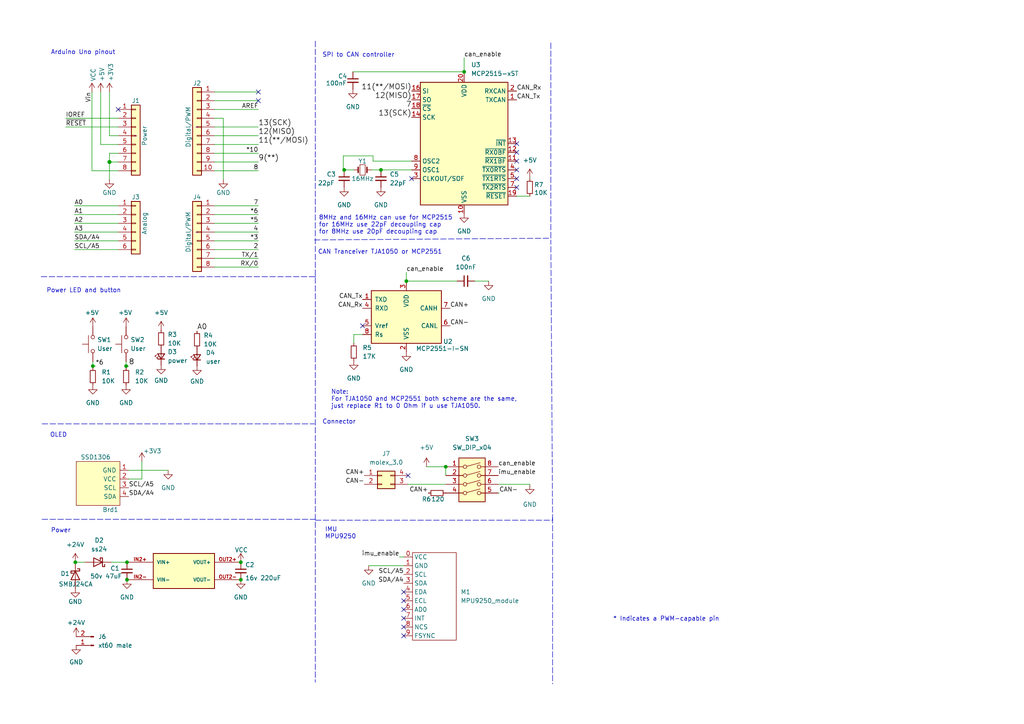
<source format=kicad_sch>
(kicad_sch (version 20211123) (generator eeschema)
  (paper "A4")
  (title_block (date "mar. 31 mars 2015"))
  (lib_symbols
    (symbol "Connector:Conn_01x02_Male" (pin_names (offset 1.016) hide)
      (property "Reference" "J" (at 0 2.54 0))
      (property "Value" "Conn_01x02_Male" (at 0 -5.08 0))
      (symbol "Conn_01x02_Male_1_1"
        (polyline (pts (xy 1.27 -2.54) (xy 0.8636 -2.54)) (stroke (width 0.1524)))
        (polyline (pts (xy 1.27 0) (xy 0.8636 0)) (stroke (width 0.1524)))
        (rectangle (start 0.8636 -2.413) (end 0 -2.667) (stroke (width 0.1524)) (fill (type outline)))
        (rectangle (start 0.8636 0.127) (end 0 -0.127) (stroke (width 0.1524)) (fill (type outline)))
        (pin passive line (at 5.08 0 180) (length 3.81) (name "Pin_1") (number "1"))
        (pin passive line (at 5.08 -2.54 180) (length 3.81) (name "Pin_2") (number "2"))
      )
    )
    (symbol "Connector_Generic:Conn_01x06" (pin_names (offset 1.016) hide)
      (property "Reference" "J" (at 0 7.62 0))
      (property "Value" "Conn_01x06" (at 0 -10.16 0))
      (symbol "Conn_01x06_1_1"
        (rectangle (start -1.27 -7.493) (end 0 -7.747) (stroke (width 0.1524)))
        (rectangle (start -1.27 -4.953) (end 0 -5.207) (stroke (width 0.1524)))
        (rectangle (start -1.27 -2.413) (end 0 -2.667) (stroke (width 0.1524)))
        (rectangle (start -1.27 0.127) (end 0 -0.127) (stroke (width 0.1524)))
        (rectangle (start -1.27 2.667) (end 0 2.413) (stroke (width 0.1524)))
        (rectangle (start -1.27 5.207) (end 0 4.953) (stroke (width 0.1524)))
        (rectangle (start -1.27 6.35) (end 1.27 -8.89) (stroke (width 0.254)) (fill (type background)))
        (pin passive line (at -5.08 5.08 0) (length 3.81) (name "Pin_1") (number "1"))
        (pin passive line (at -5.08 2.54 0) (length 3.81) (name "Pin_2") (number "2"))
        (pin passive line (at -5.08 0 0) (length 3.81) (name "Pin_3") (number "3"))
        (pin passive line (at -5.08 -2.54 0) (length 3.81) (name "Pin_4") (number "4"))
        (pin passive line (at -5.08 -5.08 0) (length 3.81) (name "Pin_5") (number "5"))
        (pin passive line (at -5.08 -7.62 0) (length 3.81) (name "Pin_6") (number "6"))
      )
    )
    (symbol "Connector_Generic:Conn_01x08" (pin_names (offset 1.016) hide)
      (property "Reference" "J" (at 0 10.16 0))
      (property "Value" "Conn_01x08" (at 0 -12.7 0))
      (symbol "Conn_01x08_1_1"
        (rectangle (start -1.27 -10.033) (end 0 -10.287) (stroke (width 0.1524)))
        (rectangle (start -1.27 -7.493) (end 0 -7.747) (stroke (width 0.1524)))
        (rectangle (start -1.27 -4.953) (end 0 -5.207) (stroke (width 0.1524)))
        (rectangle (start -1.27 -2.413) (end 0 -2.667) (stroke (width 0.1524)))
        (rectangle (start -1.27 0.127) (end 0 -0.127) (stroke (width 0.1524)))
        (rectangle (start -1.27 2.667) (end 0 2.413) (stroke (width 0.1524)))
        (rectangle (start -1.27 5.207) (end 0 4.953) (stroke (width 0.1524)))
        (rectangle (start -1.27 7.747) (end 0 7.493) (stroke (width 0.1524)))
        (rectangle (start -1.27 8.89) (end 1.27 -11.43) (stroke (width 0.254)) (fill (type background)))
        (pin passive line (at -5.08 7.62 0) (length 3.81) (name "Pin_1") (number "1"))
        (pin passive line (at -5.08 5.08 0) (length 3.81) (name "Pin_2") (number "2"))
        (pin passive line (at -5.08 2.54 0) (length 3.81) (name "Pin_3") (number "3"))
        (pin passive line (at -5.08 0 0) (length 3.81) (name "Pin_4") (number "4"))
        (pin passive line (at -5.08 -2.54 0) (length 3.81) (name "Pin_5") (number "5"))
        (pin passive line (at -5.08 -5.08 0) (length 3.81) (name "Pin_6") (number "6"))
        (pin passive line (at -5.08 -7.62 0) (length 3.81) (name "Pin_7") (number "7"))
        (pin passive line (at -5.08 -10.16 0) (length 3.81) (name "Pin_8") (number "8"))
      )
    )
    (symbol "Connector_Generic:Conn_01x10" (pin_names (offset 1.016) hide)
      (property "Reference" "J" (at 0 12.7 0))
      (property "Value" "Conn_01x10" (at 0 -15.24 0))
      (symbol "Conn_01x10_1_1"
        (rectangle (start -1.27 -12.573) (end 0 -12.827) (stroke (width 0.1524)))
        (rectangle (start -1.27 -10.033) (end 0 -10.287) (stroke (width 0.1524)))
        (rectangle (start -1.27 -7.493) (end 0 -7.747) (stroke (width 0.1524)))
        (rectangle (start -1.27 -4.953) (end 0 -5.207) (stroke (width 0.1524)))
        (rectangle (start -1.27 -2.413) (end 0 -2.667) (stroke (width 0.1524)))
        (rectangle (start -1.27 0.127) (end 0 -0.127) (stroke (width 0.1524)))
        (rectangle (start -1.27 2.667) (end 0 2.413) (stroke (width 0.1524)))
        (rectangle (start -1.27 5.207) (end 0 4.953) (stroke (width 0.1524)))
        (rectangle (start -1.27 7.747) (end 0 7.493) (stroke (width 0.1524)))
        (rectangle (start -1.27 10.287) (end 0 10.033) (stroke (width 0.1524)))
        (rectangle (start -1.27 11.43) (end 1.27 -13.97) (stroke (width 0.254)) (fill (type background)))
        (pin passive line (at -5.08 10.16 0) (length 3.81) (name "Pin_1") (number "1"))
        (pin passive line (at -5.08 -12.7 0) (length 3.81) (name "Pin_10") (number "10"))
        (pin passive line (at -5.08 7.62 0) (length 3.81) (name "Pin_2") (number "2"))
        (pin passive line (at -5.08 5.08 0) (length 3.81) (name "Pin_3") (number "3"))
        (pin passive line (at -5.08 2.54 0) (length 3.81) (name "Pin_4") (number "4"))
        (pin passive line (at -5.08 0 0) (length 3.81) (name "Pin_5") (number "5"))
        (pin passive line (at -5.08 -2.54 0) (length 3.81) (name "Pin_6") (number "6"))
        (pin passive line (at -5.08 -5.08 0) (length 3.81) (name "Pin_7") (number "7"))
        (pin passive line (at -5.08 -7.62 0) (length 3.81) (name "Pin_8") (number "8"))
        (pin passive line (at -5.08 -10.16 0) (length 3.81) (name "Pin_9") (number "9"))
      )
    )
    (symbol "Connector_Generic:Conn_02x02_Counter_Clockwise" (pin_names (offset 1.016) hide)
      (property "Reference" "J" (at 1.27 2.54 0))
      (property "Value" "Conn_02x02_Counter_Clockwise" (at 1.27 -5.08 0))
      (symbol "Conn_02x02_Counter_Clockwise_1_1"
        (rectangle (start -1.27 -2.413) (end 0 -2.667) (stroke (width 0.1524)))
        (rectangle (start -1.27 0.127) (end 0 -0.127) (stroke (width 0.1524)))
        (rectangle (start -1.27 1.27) (end 3.81 -3.81) (stroke (width 0.254)) (fill (type background)))
        (rectangle (start 3.81 -2.413) (end 2.54 -2.667) (stroke (width 0.1524)))
        (rectangle (start 3.81 0.127) (end 2.54 -0.127) (stroke (width 0.1524)))
        (pin passive line (at -5.08 0 0) (length 3.81) (name "Pin_1") (number "1"))
        (pin passive line (at -5.08 -2.54 0) (length 3.81) (name "Pin_2") (number "2"))
        (pin passive line (at 7.62 -2.54 180) (length 3.81) (name "Pin_3") (number "3"))
        (pin passive line (at 7.62 0 180) (length 3.81) (name "Pin_4") (number "4"))
      )
    )
    (symbol "Device:C_Small" (pin_numbers hide) (pin_names (offset 0.254) hide)
      (property "Reference" "C" (at 0.254 1.778 0))
      (property "Value" "C_Small" (at 0.254 -2.032 0))
      (symbol "C_Small_0_1"
        (polyline (pts (xy -1.524 -0.508) (xy 1.524 -0.508)) (stroke (width 0.3302)))
        (polyline (pts (xy -1.524 0.508) (xy 1.524 0.508)) (stroke (width 0.3048)))
      )
      (symbol "C_Small_1_1"
        (pin passive line (at 0 2.54 270) (length 2.032) (name "~") (number "1"))
        (pin passive line (at 0 -2.54 90) (length 2.032) (name "~") (number "2"))
      )
    )
    (symbol "Device:Crystal_Small" (pin_numbers hide) (pin_names (offset 1.016) hide)
      (property "Reference" "Y" (at 0 2.54 0))
      (property "Value" "Crystal_Small" (at 0 -2.54 0))
      (symbol "Crystal_Small_0_1"
        (rectangle (start -0.762 -1.524) (end 0.762 1.524))
        (polyline (pts (xy -1.27 -0.762) (xy -1.27 0.762)) (stroke (width 0.381)))
        (polyline (pts (xy 1.27 -0.762) (xy 1.27 0.762)) (stroke (width 0.381)))
      )
      (symbol "Crystal_Small_1_1"
        (pin passive line (at -2.54 0 0) (length 1.27) (name "1") (number "1"))
        (pin passive line (at 2.54 0 180) (length 1.27) (name "2") (number "2"))
      )
    )
    (symbol "Device:D_Schottky" (pin_numbers hide) (pin_names (offset 1.016) hide)
      (property "Reference" "D" (at 0 2.54 0))
      (property "Value" "D_Schottky" (at 0 -2.54 0))
      (symbol "D_Schottky_0_1"
        (polyline (pts (xy 1.27 0) (xy -1.27 0)))
        (polyline (pts (xy 1.27 1.27) (xy 1.27 -1.27) (xy -1.27 0) (xy 1.27 1.27)) (stroke (width 0.254)))
        (polyline (pts (xy -1.905 0.635) (xy -1.905 1.27) (xy -1.27 1.27) (xy -1.27 -1.27) (xy -0.635 -1.27) (xy -0.635 -0.635)) (stroke (width 0.254)))
      )
      (symbol "D_Schottky_1_1"
        (pin passive line (at -3.81 0 0) (length 2.54) (name "K") (number "1"))
        (pin passive line (at 3.81 0 180) (length 2.54) (name "A") (number "2"))
      )
    )
    (symbol "Device:LED_Small" (pin_numbers hide) (pin_names (offset 0.254) hide)
      (property "Reference" "D" (at -1.27 3.175 0))
      (property "Value" "LED_Small" (at -4.445 -2.54 0))
      (symbol "LED_Small_0_1"
        (polyline (pts (xy -0.762 -1.016) (xy -0.762 1.016)) (stroke (width 0.254)))
        (polyline (pts (xy 1.016 0) (xy -0.762 0)))
        (polyline (pts (xy 0.762 -1.016) (xy -0.762 0) (xy 0.762 1.016) (xy 0.762 -1.016)) (stroke (width 0.254)))
        (polyline (pts (xy 0 0.762) (xy -0.508 1.27) (xy -0.254 1.27) (xy -0.508 1.27) (xy -0.508 1.016)))
        (polyline (pts (xy 0.508 1.27) (xy 0 1.778) (xy 0.254 1.778) (xy 0 1.778) (xy 0 1.524)))
      )
      (symbol "LED_Small_1_1"
        (pin passive line (at -2.54 0 0) (length 1.778) (name "K") (number "1"))
        (pin passive line (at 2.54 0 180) (length 1.778) (name "A") (number "2"))
      )
    )
    (symbol "Device:R_Small" (pin_numbers hide) (pin_names (offset 0.254) hide)
      (property "Reference" "R" (at 0.762 0.508 0))
      (property "Value" "R_Small" (at 0.762 -1.016 0))
      (symbol "R_Small_0_1"
        (rectangle (start -0.762 1.778) (end 0.762 -1.778) (stroke (width 0.2032)))
      )
      (symbol "R_Small_1_1"
        (pin passive line (at 0 2.54 270) (length 0.762) (name "~") (number "1"))
        (pin passive line (at 0 -2.54 90) (length 0.762) (name "~") (number "2"))
      )
    )
    (symbol "Interface_CAN_LIN:MCP2515-xST"
      (property "Reference" "U" (at -10.16 19.685 0))
      (property "Value" "MCP2515-xST" (at 19.05 20.32 0))
      (symbol "MCP2515-xST_0_1"
        (rectangle (start -12.7 17.78) (end 12.7 -17.78) (stroke (width 0.254)) (fill (type background)))
      )
      (symbol "MCP2515-xST_1_1"
        (pin output line (at 15.24 12.7 180) (length 2.54) (name "TXCAN") (number "1"))
        (pin power_in line (at 0 -20.32 90) (length 2.54) (name "VSS") (number "10"))
        (pin output line (at 15.24 -5.08 180) (length 2.54) (name "~{RX1BF}") (number "11"))
        (pin output line (at 15.24 -2.54 180) (length 2.54) (name "~{RX0BF}") (number "12"))
        (pin output line (at 15.24 0 180) (length 2.54) (name "~{INT}") (number "13"))
        (pin input line (at -15.24 7.62 0) (length 2.54) (name "SCK") (number "14"))
        (pin no_connect line (at -12.7 -2.54 0) (length 2.54) hide (name "NC") (number "15"))
        (pin input line (at -15.24 15.24 0) (length 2.54) (name "SI") (number "16"))
        (pin output line (at -15.24 12.7 0) (length 2.54) (name "SO") (number "17"))
        (pin input line (at -15.24 10.16 0) (length 2.54) (name "~{CS}") (number "18"))
        (pin input line (at 15.24 -15.24 180) (length 2.54) (name "~{RESET}") (number "19"))
        (pin input line (at 15.24 15.24 180) (length 2.54) (name "RXCAN") (number "2"))
        (pin power_in line (at 0 20.32 270) (length 2.54) (name "VDD") (number "20"))
        (pin output line (at -15.24 -10.16 0) (length 2.54) (name "CLKOUT/SOF") (number "3"))
        (pin input line (at 15.24 -7.62 180) (length 2.54) (name "~{TX0RTS}") (number "4"))
        (pin input line (at 15.24 -10.16 180) (length 2.54) (name "~{TX1RTS}") (number "5"))
        (pin no_connect line (at -12.7 0 0) (length 2.54) hide (name "NC") (number "6"))
        (pin input line (at 15.24 -12.7 180) (length 2.54) (name "~{TX2RTS}") (number "7"))
        (pin output line (at -15.24 -5.08 0) (length 2.54) (name "OSC2") (number "8"))
        (pin input line (at -15.24 -7.62 0) (length 2.54) (name "OSC1") (number "9"))
      )
    )
    (symbol "Interface_CAN_LIN:MCP2551-I-SN" (pin_names (offset 1.016))
      (property "Reference" "U" (at -10.16 8.89 0))
      (property "Value" "MCP2551-I-SN" (at 2.54 8.89 0))
      (symbol "MCP2551-I-SN_0_1"
        (rectangle (start -10.16 7.62) (end 10.16 -7.62) (stroke (width 0.254)) (fill (type background)))
      )
      (symbol "MCP2551-I-SN_1_1"
        (pin input line (at -12.7 5.08 0) (length 2.54) (name "TXD") (number "1"))
        (pin power_in line (at 0 -10.16 90) (length 2.54) (name "VSS") (number "2"))
        (pin power_in line (at 0 10.16 270) (length 2.54) (name "VDD") (number "3"))
        (pin output line (at -12.7 2.54 0) (length 2.54) (name "RXD") (number "4"))
        (pin power_out line (at -12.7 -2.54 0) (length 2.54) (name "Vref") (number "5"))
        (pin bidirectional line (at 12.7 -2.54 180) (length 2.54) (name "CANL") (number "6"))
        (pin bidirectional line (at 12.7 2.54 180) (length 2.54) (name "CANH") (number "7"))
        (pin input line (at -12.7 -5.08 0) (length 2.54) (name "Rs") (number "8"))
      )
    )
    (symbol "PolyuRobotics:MP1584" (pin_names (offset 1.016))
      (symbol "MP1584_0_0"
        (rectangle (start -7.62 -5.08) (end 10.16 5.08) (stroke (width 0.254)) (fill (type background)))
        (pin input line (at -15.24 2.54 0) (length 7.62) (name "VIN+") (number "IN2+"))
        (pin input line (at -15.24 -2.54 0) (length 7.62) (name "VIN-") (number "IN2-"))
        (pin output line (at 17.78 2.54 180) (length 7.62) (name "VOUT+") (number "OUT2+"))
        (pin output line (at 17.78 -2.54 180) (length 7.62) (name "VOUT-") (number "OUT2-"))
      )
    )
    (symbol "PolyuRobotics:MPU9250_module"
      (property "Reference" "M" (at 1.27 0 0))
      (property "Value" "MPU9250_module" (at 0 8.89 0))
      (symbol "MPU9250_module_0_1"
        (rectangle (start -6.35 7.62) (end 6.35 -17.78))
      )
      (symbol "MPU9250_module_1_1"
        (pin power_in line (at -8.89 6.35 0) (length 2.54) (name "VCC") (number "0"))
        (pin power_in line (at -8.89 3.81 0) (length 2.54) (name "GND") (number "1"))
        (pin bidirectional line (at -8.89 1.27 0) (length 2.54) (name "SCL") (number "2"))
        (pin bidirectional line (at -8.89 -1.27 0) (length 2.54) (name "SDA") (number "3"))
        (pin bidirectional line (at -8.89 -3.81 0) (length 2.54) (name "EDA") (number "4"))
        (pin bidirectional line (at -8.89 -6.35 0) (length 2.54) (name "ECL") (number "5"))
        (pin bidirectional line (at -8.89 -8.89 0) (length 2.54) (name "AD0") (number "6"))
        (pin bidirectional line (at -8.89 -11.43 0) (length 2.54) (name "INT") (number "7"))
        (pin bidirectional line (at -8.89 -13.97 0) (length 2.54) (name "NCS") (number "8"))
        (pin bidirectional line (at -8.89 -16.51 0) (length 2.54) (name "FSYNC") (number "9"))
      )
    )
    (symbol "PolyuRobotics:SSD1306" (pin_names (offset 1.016))
      (property "Reference" "Brd" (at 0 -3.81 0))
      (property "Value" "SSD1306" (at 0 -1.27 0))
      (symbol "SSD1306_0_1"
        (rectangle (start -6.35 6.35) (end 6.35 -6.35) (fill (type background)))
      )
      (symbol "SSD1306_1_1"
        (pin input line (at -3.81 8.89 270) (length 2.54) (name "GND") (number "1"))
        (pin input line (at -1.27 8.89 270) (length 2.54) (name "VCC") (number "2"))
        (pin input line (at 1.27 8.89 270) (length 2.54) (name "SCL") (number "3"))
        (pin input line (at 3.81 8.89 270) (length 2.54) (name "SDA") (number "4"))
      )
    )
    (symbol "Switch:SW_DIP_x04" (pin_names (offset 0) hide)
      (property "Reference" "SW" (at 0 8.89 0))
      (property "Value" "SW_DIP_x04" (at 0 -6.35 0))
      (symbol "SW_DIP_x04_0_0"
        (circle (center -2.032 -2.54) (radius 0.508))
        (circle (center -2.032 0) (radius 0.508))
        (circle (center -2.032 2.54) (radius 0.508))
        (circle (center -2.032 5.08) (radius 0.508))
        (polyline (pts (xy -1.524 -2.3876) (xy 2.3622 -1.3462)))
        (polyline (pts (xy -1.524 0.127) (xy 2.3622 1.1684)))
        (polyline (pts (xy -1.524 2.667) (xy 2.3622 3.7084)))
        (polyline (pts (xy -1.524 5.207) (xy 2.3622 6.2484)))
        (circle (center 2.032 -2.54) (radius 0.508))
        (circle (center 2.032 0) (radius 0.508))
        (circle (center 2.032 2.54) (radius 0.508))
        (circle (center 2.032 5.08) (radius 0.508))
      )
      (symbol "SW_DIP_x04_0_1"
        (rectangle (start -3.81 7.62) (end 3.81 -5.08) (stroke (width 0.254)) (fill (type background)))
      )
      (symbol "SW_DIP_x04_1_1"
        (pin passive line (at -7.62 5.08 0) (length 5.08) (name "~") (number "1"))
        (pin passive line (at -7.62 2.54 0) (length 5.08) (name "~") (number "2"))
        (pin passive line (at -7.62 0 0) (length 5.08) (name "~") (number "3"))
        (pin passive line (at -7.62 -2.54 0) (length 5.08) (name "~") (number "4"))
        (pin passive line (at 7.62 -2.54 180) (length 5.08) (name "~") (number "5"))
        (pin passive line (at 7.62 0 180) (length 5.08) (name "~") (number "6"))
        (pin passive line (at 7.62 2.54 180) (length 5.08) (name "~") (number "7"))
        (pin passive line (at 7.62 5.08 180) (length 5.08) (name "~") (number "8"))
      )
    )
    (symbol "Switch:SW_Push" (pin_numbers hide) (pin_names (offset 1.016) hide)
      (property "Reference" "SW" (at 1.27 2.54 0))
      (property "Value" "SW_Push" (at 0 -1.524 0))
      (symbol "SW_Push_0_1"
        (circle (center -2.032 0) (radius 0.508))
        (polyline (pts (xy 0 1.27) (xy 0 3.048)))
        (polyline (pts (xy 2.54 1.27) (xy -2.54 1.27)))
        (circle (center 2.032 0) (radius 0.508))
        (pin passive line (at -5.08 0 0) (length 2.54) (name "1") (number "1"))
        (pin passive line (at 5.08 0 180) (length 2.54) (name "2") (number "2"))
      )
    )
    (symbol "power:+24V" (power) (pin_names (offset 0))
      (property "Value" "+24V" (at 0 3.556 0))
      (symbol "+24V_0_1"
        (polyline (pts (xy -0.762 1.27) (xy 0 2.54)))
        (polyline (pts (xy 0 0) (xy 0 2.54)))
        (polyline (pts (xy 0 2.54) (xy 0.762 1.27)))
      )
      (symbol "+24V_1_1"
        (pin power_in line (at 0 0 90) (length 0) hide (name "+24V") (number "1"))
      )
    )
    (symbol "power:+3V3" (power) (pin_names (offset 0))
      (property "Value" "+3V3" (at 0 3.556 0))
      (symbol "+3V3_0_1"
        (polyline (pts (xy -0.762 1.27) (xy 0 2.54)))
        (polyline (pts (xy 0 0) (xy 0 2.54)))
        (polyline (pts (xy 0 2.54) (xy 0.762 1.27)))
      )
      (symbol "+3V3_1_1"
        (pin power_in line (at 0 0 90) (length 0) hide (name "+3V3") (number "1"))
      )
    )
    (symbol "power:+5V" (power) (pin_names (offset 0))
      (property "Value" "+5V" (at 0 3.556 0))
      (symbol "+5V_0_1"
        (polyline (pts (xy -0.762 1.27) (xy 0 2.54)))
        (polyline (pts (xy 0 0) (xy 0 2.54)))
        (polyline (pts (xy 0 2.54) (xy 0.762 1.27)))
      )
      (symbol "+5V_1_1"
        (pin power_in line (at 0 0 90) (length 0) hide (name "+5V") (number "1"))
      )
    )
    (symbol "power:GND" (power) (pin_names (offset 0))
      (property "Value" "GND" (at 0 -3.81 0))
      (symbol "GND_0_1"
        (polyline (pts (xy 0 0) (xy 0 -1.27) (xy 1.27 -1.27) (xy 0 -2.54) (xy -1.27 -1.27) (xy 0 -1.27)))
      )
      (symbol "GND_1_1"
        (pin power_in line (at 0 0 270) (length 0) hide (name "GND") (number "1"))
      )
    )
    (symbol "power:VCC" (power) (pin_names (offset 0))
      (property "Value" "VCC" (at 0 3.81 0))
      (symbol "VCC_0_1"
        (polyline (pts (xy -0.762 1.27) (xy 0 2.54)))
        (polyline (pts (xy 0 0) (xy 0 2.54)))
        (polyline (pts (xy 0 2.54) (xy 0.762 1.27)))
      )
      (symbol "VCC_1_1"
        (pin power_in line (at 0 0 90) (length 0) hide (name "VCC") (number "1"))
      )
    )
  )
  (junction (at 134.62 20.828))
  (junction (at 21.844 163.068))
  (junction (at 110.49 49.276))
  (junction (at 26.924 106.172))
  (junction (at 129.286 135.382))
  (junction (at 31.75 46.99) (diameter 1.016))
  (junction (at 36.83 168.148))
  (junction (at 36.83 163.068))
  (junction (at 69.85 168.148))
  (junction (at 117.856 81.534))
  (junction (at 99.822 49.276))
  (junction (at 69.85 163.068))
  (junction (at 36.576 106.172))
  (no_connect (at 149.86 41.656))
  (no_connect (at 117.094 171.704))
  (no_connect (at 149.86 46.736))
  (no_connect (at 119.38 51.816))
  (no_connect (at 149.86 49.276))
  (no_connect (at 149.86 44.196))
  (no_connect (at 118.364 137.922))
  (no_connect (at 117.094 184.404))
  (no_connect (at 74.93 26.67))
  (no_connect (at 74.93 29.21))
  (no_connect (at 105.156 94.488))
  (no_connect (at 149.86 51.816))
  (no_connect (at 117.094 176.784))
  (no_connect (at 117.094 181.864))
  (no_connect (at 34.29 31.75))
  (no_connect (at 117.094 179.324))
  (no_connect (at 149.86 54.356))
  (no_connect (at 117.094 174.244))
  (wire (pts (xy 62.23 77.47) (xy 74.93 77.47)))
  (polyline (pts (xy 91.44 80.264) (xy 91.44 80.01)))
  (wire (pts (xy 62.23 44.45) (xy 74.93 44.45)))
  (wire (pts (xy 62.23 26.67) (xy 74.93 26.67)))
  (wire (pts (xy 107.696 49.276) (xy 110.49 49.276)))
  (wire (pts (xy 69.596 163.068) (xy 69.85 163.068)))
  (wire (pts (xy 153.67 51.816) (xy 153.67 51.562)))
  (wire (pts (xy 26.924 104.902) (xy 26.924 106.172)))
  (wire (pts (xy 153.67 140.462) (xy 153.67 140.716)))
  (wire (pts (xy 31.75 44.45) (xy 31.75 46.99)))
  (wire (pts (xy 108.204 46.736) (xy 119.38 46.736)))
  (wire (pts (xy 21.59 72.39) (xy 34.29 72.39)))
  (wire (pts (xy 134.62 20.828) (xy 134.62 21.336)))
  (wire (pts (xy 117.856 81.534) (xy 117.856 81.788)))
  (polyline (pts (xy 91.186 69.596) (xy 159.766 69.088)))
  (wire (pts (xy 41.148 133.858) (xy 41.148 138.938)))
  (wire (pts (xy 119.38 49.276) (xy 110.49 49.276)))
  (wire (pts (xy 37.338 106.172) (xy 36.576 106.172)))
  (wire (pts (xy 99.822 49.276) (xy 102.616 49.276)))
  (wire (pts (xy 31.75 46.99) (xy 31.75 52.07)))
  (wire (pts (xy 36.576 104.902) (xy 36.576 106.172)))
  (wire (pts (xy 31.75 39.37) (xy 34.29 39.37)))
  (wire (pts (xy 29.21 41.91) (xy 34.29 41.91)))
  (wire (pts (xy 29.21 26.67) (xy 29.21 41.91)))
  (wire (pts (xy 153.67 140.462) (xy 144.526 140.462)))
  (wire (pts (xy 62.23 36.83) (xy 74.93 36.83)))
  (polyline (pts (xy 91.44 11.938) (xy 91.44 197.866)))
  (wire (pts (xy 31.75 26.67) (xy 31.75 39.37)))
  (wire (pts (xy 62.23 59.69) (xy 74.93 59.69)))
  (wire (pts (xy 34.29 59.69) (xy 21.59 59.69)))
  (wire (pts (xy 102.616 97.028) (xy 102.616 99.568)))
  (wire (pts (xy 62.23 39.37) (xy 74.93 39.37)))
  (polyline (pts (xy 160.274 150.114) (xy 160.274 198.374)))
  (wire (pts (xy 26.924 106.172) (xy 26.924 106.68)))
  (wire (pts (xy 62.23 62.23) (xy 74.93 62.23)))
  (polyline (pts (xy 11.938 80.264) (xy 91.44 80.264)))
  (wire (pts (xy 27.686 106.172) (xy 26.924 106.172)))
  (wire (pts (xy 108.204 45.212) (xy 99.568 45.212)))
  (wire (pts (xy 62.23 46.99) (xy 74.93 46.99)))
  (polyline (pts (xy 159.766 12.446) (xy 159.766 69.088)))
  (wire (pts (xy 48.768 136.398) (xy 37.338 136.398)))
  (wire (pts (xy 62.23 67.31) (xy 74.93 67.31)))
  (wire (pts (xy 134.62 16.764) (xy 134.62 20.828)))
  (wire (pts (xy 19.05 34.29) (xy 34.29 34.29)))
  (wire (pts (xy 99.822 49.276) (xy 99.568 49.276)))
  (wire (pts (xy 64.77 34.29) (xy 64.77 52.07)))
  (wire (pts (xy 118.364 140.462) (xy 129.286 140.462)))
  (wire (pts (xy 62.23 31.75) (xy 74.93 31.75)))
  (wire (pts (xy 32.258 163.068) (xy 36.83 163.068)))
  (wire (pts (xy 106.934 164.084) (xy 117.094 164.084)))
  (polyline (pts (xy 12.192 150.622) (xy 91.44 150.622)))
  (wire (pts (xy 34.29 64.77) (xy 21.59 64.77)))
  (wire (pts (xy 19.05 36.83) (xy 34.29 36.83)))
  (wire (pts (xy 105.156 97.028) (xy 102.616 97.028)))
  (wire (pts (xy 108.204 45.212) (xy 108.204 46.736)))
  (polyline (pts (xy 160.274 150.876) (xy 159.766 69.596)))
  (wire (pts (xy 34.29 46.99) (xy 31.75 46.99)))
  (wire (pts (xy 141.732 81.534) (xy 137.668 81.534)))
  (wire (pts (xy 117.856 78.994) (xy 117.856 81.534)))
  (wire (pts (xy 129.286 135.382) (xy 129.286 137.922)))
  (wire (pts (xy 41.148 138.938) (xy 37.338 138.938)))
  (wire (pts (xy 34.29 49.53) (xy 26.67 49.53)))
  (wire (pts (xy 21.59 62.23) (xy 34.29 62.23)))
  (wire (pts (xy 149.86 56.896) (xy 153.67 56.896)))
  (wire (pts (xy 99.568 45.212) (xy 99.568 49.276)))
  (wire (pts (xy 62.23 34.29) (xy 64.77 34.29)))
  (wire (pts (xy 115.824 161.544) (xy 117.094 161.544)))
  (wire (pts (xy 34.29 44.45) (xy 31.75 44.45)))
  (wire (pts (xy 134.62 20.828) (xy 102.362 20.828)))
  (wire (pts (xy 62.23 41.91) (xy 74.93 41.91)))
  (wire (pts (xy 62.23 64.77) (xy 74.93 64.77)))
  (polyline (pts (xy 91.44 150.876) (xy 160.274 150.876)))
  (wire (pts (xy 36.576 106.172) (xy 36.576 106.68)))
  (wire (pts (xy 21.59 67.31) (xy 34.29 67.31)))
  (polyline (pts (xy 12.192 122.936) (xy 91.186 122.936)))
  (wire (pts (xy 132.588 81.534) (xy 117.856 81.534)))
  (wire (pts (xy 123.698 135.382) (xy 129.286 135.382)))
  (wire (pts (xy 62.23 29.21) (xy 74.93 29.21)))
  (wire (pts (xy 62.23 72.39) (xy 74.93 72.39)))
  (wire (pts (xy 62.23 69.85) (xy 74.93 69.85)))
  (wire (pts (xy 21.844 163.068) (xy 24.638 163.068)))
  (wire (pts (xy 62.23 74.93) (xy 74.93 74.93)))
  (wire (pts (xy 26.67 49.53) (xy 26.67 26.67)))
  (wire (pts (xy 144.526 143.002) (xy 144.78 143.002)))
  (wire (pts (xy 34.29 69.85) (xy 21.59 69.85)))
  (wire (pts (xy 62.23 49.53) (xy 74.93 49.53)))
  (text "IMU\nMPU9250" (at 94.234 156.464 0) (effects (font (size 1.27 1.27)) (justify left bottom)))
  (text "Note:\nFor TJA1050 and MCP2551 both scheme are the same,\njust replace R1 to 0 Ohm if u use TJA1050.   " (at 96.012 118.618 0) (effects (font (size 1.27 1.27)) (justify left bottom)))
  (text "SPI to CAN controller" (at 93.472 16.764 0) (effects (font (size 1.27 1.27)) (justify left bottom)))
  (text "Arduino Uno pinout\n" (at 14.732 16.002 0) (effects (font (size 1.27 1.27)) (justify left bottom)))
  (text "8MHz and 16MHz can use for MCP2515\nfor 16MHz use 22pF decoupling cap\nfor 8MHz use 20pF decoupling cap" (at 92.456 68.072 0) (effects (font (size 1.27 1.27)) (justify left bottom)))
  (text "OLED" (at 14.478 127 0) (effects (font (size 1.27 1.27)) (justify left bottom)))
  (text "Power LED and button \n" (at 13.462 85.09 0) (effects (font (size 1.27 1.27)) (justify left bottom)))
  (text "* Indicates a PWM-capable pin" (at 177.8 180.34 0) (effects (font (size 1.27 1.27)) (justify left bottom)))
  (text "Power\n" (at 14.732 154.686 0) (effects (font (size 1.27 1.27)) (justify left bottom)))
  (text "Connector" (at 93.472 123.19 0) (effects (font (size 1.27 1.27)) (justify left bottom)))
  (text "CAN Tranceiver TJA1050 or MCP2551\n" (at 92.202 73.914 0) (effects (font (size 1.27 1.27)) (justify left bottom)))
  (label "RX{slash}0" (at 74.93 77.47 180))
  (label "11(**/MOSI)" (at 119.38 26.416 180) (effects (font (size 1.524 1.524))))
  (label "A2" (at 21.59 64.77 0))
  (label "4" (at 74.93 67.31 180))
  (label "CAN_Tx" (at 149.86 28.956 0))
  (label "*6" (at 27.686 106.172 0))
  (label "13(SCK)" (at 74.93 36.83 0) (effects (font (size 1.524 1.524))))
  (label "2" (at 74.93 72.39 180))
  (label "A3" (at 21.59 67.31 0))
  (label "SCL{slash}A5" (at 117.094 166.624 180))
  (label "11(**/MOSI)" (at 74.93 41.91 0) (effects (font (size 1.524 1.524))))
  (label "can_enable" (at 144.526 135.382 0))
  (label "12(MISO)" (at 74.93 39.37 0) (effects (font (size 1.524 1.524))))
  (label "~{RESET}" (at 19.05 36.83 0))
  (label "13(SCK)" (at 119.38 34.036 180) (effects (font (size 1.524 1.524))))
  (label "*10" (at 74.93 44.45 180))
  (label "CAN+" (at 130.556 89.408 0))
  (label "can_enable" (at 134.62 16.764 0))
  (label "CAN-" (at 130.556 94.488 0))
  (label "imu_enable" (at 115.824 161.544 180))
  (label "imu_enable" (at 144.526 137.922 0))
  (label "CAN-" (at 144.78 143.002 0))
  (label "A0" (at 57.15 96.012 0) (effects (font (size 1.524 1.524))))
  (label "8" (at 37.338 106.172 0) (effects (font (size 1.524 1.524))))
  (label "CAN_Tx" (at 105.156 86.868 180))
  (label "CAN+" (at 105.664 137.922 180))
  (label "7" (at 74.93 59.69 180))
  (label "8" (at 74.93 49.53 180))
  (label "7" (at 119.38 31.496 180) (effects (font (size 1.524 1.524))))
  (label "12(MISO)" (at 119.38 28.956 180) (effects (font (size 1.524 1.524))))
  (label "*3" (at 74.93 69.85 180))
  (label "SCL{slash}A5" (at 37.338 141.478 0))
  (label "A1" (at 21.59 62.23 0))
  (label "9(**)" (at 74.93 46.99 0) (effects (font (size 1.524 1.524))))
  (label "TX{slash}1" (at 74.93 74.93 180))
  (label "CAN_Rx" (at 105.156 89.408 180))
  (label "SDA{slash}A4" (at 37.338 144.018 0))
  (label "A0" (at 21.59 59.69 0))
  (label "AREF" (at 74.93 31.75 180))
  (label "Vin" (at 26.67 26.67 270))
  (label "*6" (at 74.93 62.23 180))
  (label "CAN-" (at 105.664 140.462 180))
  (label "*5" (at 74.93 64.77 180))
  (label "CAN_Rx" (at 149.86 26.416 0))
  (label "IOREF" (at 19.05 34.29 0))
  (label "SDA{slash}A4" (at 21.59 69.85 0))
  (label "SCL{slash}A5" (at 21.59 72.39 0))
  (label "CAN+" (at 124.206 143.002 180))
  (label "can_enable" (at 117.856 78.994 0))
  (label "SDA{slash}A4" (at 117.094 169.164 180))
  (symbol (lib_id "Connector_Generic:Conn_01x08") (at 39.37 39.37 0) (unit 1)
    (property "Reference" "J1" (at 39.37 29.21 0))
    (property "Value" "Power" (at 41.91 39.37 90))
    (property "Footprint" "Connector_PinSocket_2.54mm:PinSocket_1x08_P2.54mm_Vertical" (effects hide))
    (property "Datasheet" "~" (at 39.37 39.37 0))
  )
  (symbol (lib_id "power:+3V3") (at 31.75 26.67 0) (unit 1)
    (property "Reference" "#PWR03" (effects hide))
    (property "Value" "+3.3V" (at 32.131 23.622 90) (effects (justify left)))
  )
  (symbol (lib_id "power:+5V") (at 29.21 26.67 0) (unit 1)
    (property "Reference" "#PWR02" (effects hide))
    (property "Value" "+5V" (at 29.5656 23.622 90) (effects (justify left)))
  )
  (symbol (lib_id "power:GND") (at 31.75 52.07 0) (unit 1)
    (property "Reference" "#PWR04" (effects hide))
    (property "Value" "GND" (at 31.75 55.88 0))
  )
  (symbol (lib_id "Connector_Generic:Conn_01x10") (at 57.15 36.83 0) (mirror y) (unit 1)
    (property "Reference" "J2" (at 57.15 24.13 0))
    (property "Value" "Digital/PWM" (at 54.61 36.83 90))
    (property "Footprint" "Connector_PinSocket_2.54mm:PinSocket_1x10_P2.54mm_Vertical" (effects hide))
    (property "Datasheet" "~" (at 57.15 36.83 0))
  )
  (symbol (lib_id "power:GND") (at 64.77 52.07 0) (unit 1)
    (property "Reference" "#PWR05" (effects hide))
    (property "Value" "GND" (at 64.77 55.88 0))
  )
  (symbol (lib_id "Connector_Generic:Conn_01x06") (at 39.37 64.77 0) (unit 1)
    (property "Reference" "J3" (at 39.37 57.15 0))
    (property "Value" "Analog" (at 41.91 64.77 90))
    (property "Footprint" "Connector_PinSocket_2.54mm:PinSocket_1x06_P2.54mm_Vertical" (effects hide))
  )
  (symbol (lib_id "Connector_Generic:Conn_01x08") (at 57.15 67.31 0) (mirror y) (unit 1)
    (property "Reference" "J4" (at 57.15 57.15 0))
    (property "Value" "Digital/PWM" (at 54.61 67.31 90))
    (property "Footprint" "Connector_PinSocket_2.54mm:PinSocket_1x08_P2.54mm_Vertical" (effects hide))
    (property "Datasheet" "~" (at 57.15 67.31 0))
  )
  (symbol (lib_id "Device:D_Schottky") (at 28.448 163.068 180) (unit 1)
    (property "Reference" "D2" (at 28.7655 156.718 0))
    (property "Value" "ss24" (at 28.7655 159.258 0))
    (property "Footprint" "Diode_SMD:D_SMB_Handsoldering" (effects hide))
  )
  (symbol (lib_id "Device:R_Small") (at 36.576 109.22 0) (unit 1)
    (property "Reference" "R2" (at 39.116 107.9499 0) (effects (justify left)))
    (property "Value" "10K" (at 39.116 110.4899 0) (effects (justify left)))
    (property "Footprint" "Resistor_SMD:R_0805_2012Metric_Pad1.20x1.40mm_HandSolder" (effects hide))
  )
  (symbol (lib_id "power:GND") (at 110.49 54.356 0) (unit 1)
    (property "Reference" "#PWR0103" (effects hide))
    (property "Value" "GND" (at 110.49 59.436 0))
  )
  (symbol (lib_id "PolyuRobotics:MPU9250_module") (at 125.984 167.894 0) (unit 1)
    (property "Reference" "M1" (at 133.604 171.7039 0) (effects (justify left)))
    (property "Value" "MPU9250_module" (at 133.604 174.2439 0) (effects (justify left)))
    (property "Footprint" "PolyuRobotics:MPU9250_module" (effects hide))
  )
  (symbol (lib_id "Device:C_Small") (at 135.128 81.534 90) (unit 1)
    (property "Reference" "C6" (at 135.1343 74.93 90))
    (property "Value" "100nF" (at 135.1343 77.47 90))
    (property "Footprint" "Capacitor_SMD:C_0805_2012Metric_Pad1.18x1.45mm_HandSolder" (effects hide))
  )
  (symbol (lib_id "power:GND") (at 141.732 81.534 0) (unit 1)
    (property "Reference" "#PWR0109" (effects hide))
    (property "Value" "GND" (at 141.732 86.614 0))
  )
  (symbol (lib_id "power:+24V") (at 21.844 163.068 0) (unit 1)
    (property "Reference" "#PWR0125" (effects hide))
    (property "Value" "+24V" (at 21.844 157.988 0))
  )
  (symbol (lib_id "Connector:Conn_01x02_Male") (at 27.178 187.198 180) (unit 1)
    (property "Reference" "J6" (at 28.448 184.6579 0) (effects (justify right)))
    (property "Value" "xt60 male" (at 28.448 187.1979 0) (effects (justify right)))
    (property "Footprint" "PolyuRobotics:XT60PW-M20" (effects hide))
  )
  (symbol (lib_id "Device:R_Small") (at 46.736 98.298 0) (unit 1)
    (property "Reference" "R3" (at 48.641 97.0279 0) (effects (justify left)))
    (property "Value" "10K" (at 48.641 99.5679 0) (effects (justify left)))
    (property "Footprint" "Resistor_SMD:R_0805_2012Metric_Pad1.20x1.40mm_HandSolder" (effects hide))
  )
  (symbol (lib_id "power:VCC") (at 69.85 163.068 0) (unit 1)
    (property "Reference" "#PWR0127" (effects hide))
    (property "Value" "VCC" (at 68.072 159.512 0) (effects (justify left)))
  )
  (symbol (lib_id "power:GND") (at 134.62 61.976 0) (unit 1)
    (property "Reference" "#PWR0104" (effects hide))
    (property "Value" "GND" (at 134.62 67.056 0))
  )
  (symbol (lib_id "power:+5V") (at 46.736 95.758 0) (unit 1)
    (property "Reference" "#PWR0116" (effects hide))
    (property "Value" "+5V" (at 46.736 90.678 0))
  )
  (symbol (lib_id "Switch:SW_Push") (at 26.924 99.822 90) (unit 1)
    (property "Reference" "SW1" (at 28.194 98.5519 90) (effects (justify right)))
    (property "Value" "User" (at 28.194 101.0919 90) (effects (justify right)))
    (property "Footprint" "Button_Switch_SMD:SW_SPST_TL3305A" (effects hide))
  )
  (symbol (lib_id "power:+5V") (at 123.698 135.382 0) (unit 1)
    (property "Reference" "#PWR0106" (effects hide))
    (property "Value" "+5V" (at 123.698 129.794 0))
  )
  (symbol (lib_id "PolyuRobotics:MP1584") (at 52.07 165.608 0) (unit 1)
    (property "Reference" "U1" (effects hide))
    (property "Value" "MP1584" (effects hide))
    (property "Footprint" "PolyuRobotics:DC-DC-mp1584_module" (effects hide))
  )
  (symbol (lib_id "power:GND") (at 46.736 105.918 0) (unit 1)
    (property "Reference" "#PWR0115" (effects hide))
    (property "Value" "GND" (at 46.736 110.363 0))
  )
  (symbol (lib_id "power:GND") (at 21.844 170.688 0) (unit 1)
    (property "Reference" "#PWR0124" (effects hide))
    (property "Value" "GND" (at 21.844 174.498 0))
  )
  (symbol (lib_id "power:VCC") (at 26.67 26.67 0) (unit 1)
    (property "Reference" "#PWR01" (effects hide))
    (property "Value" "VCC" (at 27.051 23.622 90) (effects (justify left)))
  )
  (symbol (lib_id "power:GND") (at 36.83 168.148 0) (unit 1)
    (property "Reference" "#PWR0128" (effects hide))
    (property "Value" "GND" (at 36.83 173.228 0))
  )
  (symbol (lib_id "power:+5V") (at 153.67 51.562 0) (unit 1)
    (property "Reference" "#PWR0102" (effects hide))
    (property "Value" "+5V" (at 153.67 46.482 0))
  )
  (symbol (lib_id "Device:LED_Small") (at 46.736 103.378 90) (unit 1)
    (property "Reference" "D3" (at 48.641 102.0444 90) (effects (justify right)))
    (property "Value" "power" (at 48.641 104.5844 90) (effects (justify right)))
    (property "Footprint" "LED_SMD:LED_0805_2012Metric_Pad1.15x1.40mm_HandSolder" (effects hide))
  )
  (symbol (lib_id "power:GND") (at 22.098 187.198 0) (unit 1)
    (property "Reference" "#PWR0130" (effects hide))
    (property "Value" "GND" (at 22.098 192.024 0))
  )
  (symbol (lib_id "Device:C_Small") (at 110.49 51.816 0) (unit 1)
    (property "Reference" "C5" (at 113.03 50.5522 0) (effects (justify left)))
    (property "Value" "22pF" (at 113.03 53.0922 0) (effects (justify left)))
    (property "Footprint" "Capacitor_SMD:C_0805_2012Metric_Pad1.18x1.45mm_HandSolder" (effects hide))
  )
  (symbol (lib_id "Device:R_Small") (at 26.924 109.22 0) (unit 1)
    (property "Reference" "R1" (at 29.464 107.9499 0) (effects (justify left)))
    (property "Value" "10K" (at 29.464 110.4899 0) (effects (justify left)))
    (property "Footprint" "Resistor_SMD:R_0805_2012Metric_Pad1.20x1.40mm_HandSolder" (effects hide))
  )
  (symbol (lib_id "power:GND") (at 69.85 168.148 0) (unit 1)
    (property "Reference" "#PWR0126" (effects hide))
    (property "Value" "GND" (at 69.85 173.228 0))
  )
  (symbol (lib_id "power:+24V") (at 22.098 184.658 0) (unit 1)
    (property "Reference" "#PWR0129" (effects hide))
    (property "Value" "+24V" (at 22.098 180.594 0))
  )
  (symbol (lib_id "power:GND") (at 106.934 164.084 0) (unit 1)
    (property "Reference" "#PWR0112" (effects hide))
    (property "Value" "GND" (at 106.934 169.164 0))
  )
  (symbol (lib_id "power:+5V") (at 36.576 94.742 0) (unit 1)
    (property "Reference" "#PWR0113" (effects hide))
    (property "Value" "+5V" (at 36.322 90.678 0))
  )
  (symbol (lib_id "power:GND") (at 153.67 140.716 0) (unit 1)
    (property "Reference" "#PWR0110" (effects hide))
    (property "Value" "GND" (at 153.67 146.304 0))
  )
  (symbol (lib_id "Interface_CAN_LIN:MCP2551-I-SN") (at 117.856 91.948 0) (unit 1)
    (property "Reference" "U2" (at 128.524 99.06 0) (effects (justify left)))
    (property "Value" "MCP2551-I-SN" (at 120.65 101.092 0) (effects (justify left)))
    (property "Footprint" "Package_SO:SOIC-8_3.9x4.9mm_P1.27mm" (effects hide))
    (property "Datasheet" "http://ww1.microchip.com/downloads/en/devicedoc/21667d.pdf" (effects hide))
  )
  (symbol (lib_id "Device:R_Small") (at 102.616 102.108 0) (unit 1)
    (property "Reference" "R5" (at 105.156 100.8379 0) (effects (justify left)))
    (property "Value" "17K" (at 105.156 103.3779 0) (effects (justify left)))
    (property "Footprint" "Resistor_SMD:R_0805_2012Metric_Pad1.20x1.40mm_HandSolder" (effects hide))
  )
  (symbol (lib_id "power:+3V3") (at 41.148 133.858 0) (unit 1)
    (property "Reference" "#PWR0111" (effects hide))
    (property "Value" "+3.3V" (at 41.529 130.81 0) (effects (justify left)))
  )
  (symbol (lib_id "power:GND") (at 102.616 104.648 0) (unit 1)
    (property "Reference" "#PWR0108" (effects hide))
    (property "Value" "GND" (at 102.616 109.728 0))
  )
  (symbol (lib_id "Device:LED_Small") (at 57.15 103.632 90) (unit 1)
    (property "Reference" "D4" (at 59.69 102.2984 90) (effects (justify right)))
    (property "Value" "user" (at 59.69 104.8384 90) (effects (justify right)))
    (property "Footprint" "LED_SMD:LED_0805_2012Metric_Pad1.15x1.40mm_HandSolder" (effects hide))
  )
  (symbol (lib_id "power:GND") (at 117.856 102.108 0) (unit 1)
    (property "Reference" "#PWR0107" (effects hide))
    (property "Value" "GND" (at 117.856 107.188 0))
  )
  (symbol (lib_id "Device:R_Small") (at 57.15 98.552 0) (unit 1)
    (property "Reference" "R4" (at 59.055 97.2819 0) (effects (justify left)))
    (property "Value" "10K" (at 59.055 99.8219 0) (effects (justify left)))
    (property "Footprint" "Resistor_SMD:R_0805_2012Metric_Pad1.20x1.40mm_HandSolder" (effects hide))
  )
  (symbol (lib_id "Interface_CAN_LIN:MCP2515-xST") (at 134.62 41.656 0) (unit 1)
    (property "Reference" "U3" (at 136.6394 18.796 0) (effects (justify left)))
    (property "Value" "MCP2515-xST" (at 136.6394 21.336 0) (effects (justify left)))
    (property "Footprint" "Package_SO:TSSOP-20_4.4x6.5mm_P0.65mm" (effects hide))
    (property "Datasheet" "http://ww1.microchip.com/downloads/en/DeviceDoc/21801e.pdf" (effects hide))
  )
  (symbol (lib_id "Device:R_Small") (at 126.746 143.002 90) (unit 1)
    (property "Reference" "R6" (at 123.698 144.78 90))
    (property "Value" "120" (at 127 144.78 90))
    (property "Footprint" "Resistor_SMD:R_0805_2012Metric_Pad1.20x1.40mm_HandSolder" (effects hide))
  )
  (symbol (lib_id "Device:C_Small") (at 69.85 165.608 0) (unit 1)
    (property "Reference" "C2" (at 71.12 163.83 0) (effects (justify left)))
    (property "Value" "16v 220uF" (at 71.12 167.64 0) (effects (justify left)))
    (property "Footprint" "Capacitor_SMD:C_Elec_6.3x7.7" (effects hide))
  )
  (symbol (lib_id "Switch:SW_Push") (at 36.576 99.822 90) (unit 1)
    (property "Reference" "SW2" (at 37.846 98.5519 90) (effects (justify right)))
    (property "Value" "User" (at 37.846 101.0919 90) (effects (justify right)))
    (property "Footprint" "Button_Switch_SMD:SW_SPST_TL3305C" (effects hide))
  )
  (symbol (lib_id "power:GND") (at 36.576 111.76 0) (unit 1)
    (property "Reference" "#PWR0117" (effects hide))
    (property "Value" "GND" (at 36.576 116.84 0))
  )
  (symbol (lib_id "power:GND") (at 102.362 25.908 0) (unit 1)
    (property "Reference" "#PWR0105" (effects hide))
    (property "Value" "GND" (at 102.362 30.988 0))
  )
  (symbol (lib_id "Device:R_Small") (at 153.67 54.356 0) (unit 1)
    (property "Reference" "R7" (at 154.94 53.594 0) (effects (justify left)))
    (property "Value" "10K" (at 154.94 55.88 0) (effects (justify left)))
    (property "Footprint" "Resistor_SMD:R_0805_2012Metric_Pad1.20x1.40mm_HandSolder" (effects hide))
  )
  (symbol (lib_id "power:GND") (at 99.822 54.356 0) (unit 1)
    (property "Reference" "#PWR0101" (effects hide))
    (property "Value" "GND" (at 99.822 59.436 0))
  )
  (symbol (lib_id "Switch:SW_DIP_x04") (at 136.906 140.462 0) (unit 1)
    (property "Reference" "SW3" (at 136.906 127.254 0))
    (property "Value" "SW_DIP_x04" (at 136.906 129.794 0))
    (property "Footprint" "Button_Switch_THT:SW_DIP_SPSTx04_Slide_9.78x12.34mm_W7.62mm_P2.54mm" (effects hide))
  )
  (symbol (lib_id "Device:C_Small") (at 102.362 23.368 0) (unit 1)
    (property "Reference" "C4" (at 98.044 22.098 0) (effects (justify left)))
    (property "Value" "100nF" (at 94.488 24.13 0) (effects (justify left)))
    (property "Footprint" "Capacitor_SMD:C_0805_2012Metric_Pad1.18x1.45mm_HandSolder" (effects hide))
  )
  (symbol (lib_id "power:GND") (at 26.924 111.76 0) (unit 1)
    (property "Reference" "#PWR0123" (effects hide))
    (property "Value" "GND" (at 26.924 116.84 0))
  )
  (symbol (lib_id "power:+5V") (at 26.924 94.742 0) (unit 1)
    (property "Reference" "#PWR0114" (effects hide))
    (property "Value" "+5V" (at 26.67 90.678 0))
  )
  (symbol (lib_id "Device:C_Small") (at 36.83 165.608 0) (unit 1)
    (property "Reference" "C1" (at 32.004 164.846 0) (effects (justify left)))
    (property "Value" "50v 47uF" (at 26.162 167.132 0) (effects (justify left)))
    (property "Footprint" "Capacitor_SMD:C_Elec_6.3x7.7" (effects hide))
  )
  (symbol (lib_id "power:GND") (at 57.15 106.172 0) (unit 1)
    (property "Reference" "#PWR0118" (effects hide))
    (property "Value" "GND" (at 57.15 110.617 0))
  )
  (symbol (lib_id "PolyuRobotics:SSD1306") (at 28.448 140.208 270) (unit 1)
    (property "Reference" "Brd1" (at 29.7181 147.828 90) (effects (justify left)))
    (property "Value" "SSD1306" (at 23.368 132.588 90) (effects (justify left)))
    (property "Footprint" "PolyuRobotics:128x64OLED" (effects hide))
  )
  (symbol (lib_id "Connector_Generic:Conn_02x02_Counter_Clockwise") (at 110.744 137.922 0) (unit 1)
    (property "Reference" "J7" (at 112.014 131.572 0))
    (property "Value" "molex_3.0" (at 112.014 134.112 0))
    (property "Footprint" "Connector_Molex:Molex_Micro-Fit_3.0_43045-0400_2x02_P3.00mm_Horizontal" (effects hide))
  )
  (symbol (lib_id "power:GND") (at 48.768 136.398 0) (unit 1)
    (property "Reference" "#PWR0121" (effects hide))
    (property "Value" "GND" (at 48.768 141.478 0))
  )
  (symbol (lib_id "Device:D_Schottky") (at 21.844 166.878 270) (unit 1)
    (property "Reference" "D1" (at 17.526 166.37 90) (effects (justify left)))
    (property "Value" "SMBJ24CA" (at 17.018 169.418 90) (effects (justify left)))
    (property "Footprint" "Diode_SMD:D_SMB_Handsoldering" (effects hide))
  )
  (symbol (lib_id "Device:C_Small") (at 99.822 51.816 0) (unit 1)
    (property "Reference" "C3" (at 94.742 50.546 0) (effects (justify left)))
    (property "Value" "22pF" (at 92.202 53.086 0) (effects (justify left)))
    (property "Footprint" "Capacitor_SMD:C_0805_2012Metric_Pad1.18x1.45mm_HandSolder" (effects hide))
  )
  (symbol (lib_id "Device:Crystal_Small") (at 105.156 49.276 0) (unit 1)
    (property "Reference" "Y1" (at 105.156 46.736 0))
    (property "Value" "16MHz" (at 105.156 51.816 0))
    (property "Footprint" "Crystal:Crystal_SMD_HC49-SD" (effects hide))
  )
)
</source>
